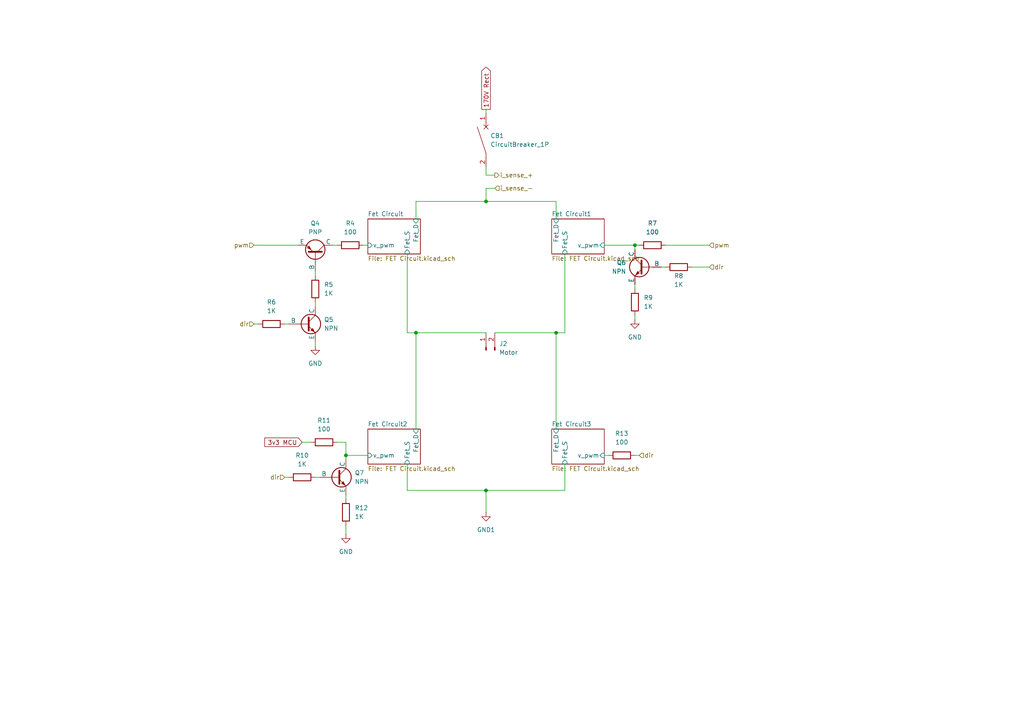
<source format=kicad_sch>
(kicad_sch (version 20250114) (generator "eeschema") (generator_version "9.0")
  (paper "A4")
  (lib_symbols
    (symbol "Connector:Conn_01x02_Pin" (pin_names (offset 1.016) (hide yes))
      (property "Reference" "J" (at 0 2.54 0))
      (property "Value" "Conn_01x02_Pin" (at 0 -5.08 0))
      (symbol "Conn_01x02_Pin_1_1"
        (rectangle (start 0.8636 0.127) (end 0 -0.127) (stroke (width 0.1524)) (fill (type outline)))
        (rectangle (start 0.8636 -2.413) (end 0 -2.667) (stroke (width 0.1524)) (fill (type outline)))
        (polyline (pts (xy 1.27 0) (xy 0.8636 0)) (stroke (width 0.1524)))
        (polyline (pts (xy 1.27 -2.54) (xy 0.8636 -2.54)) (stroke (width 0.1524)))
        (pin passive line (at 5.08 0 180) (length 3.81) (name "Pin_1") (number "1"))
        (pin passive line (at 5.08 -2.54 180) (length 3.81) (name "Pin_2") (number "2"))
      )
    )
    (symbol "Device:CircuitBreaker_1P"
      (property "Reference" "CB" (at 1.905 0 0))
      (property "Value" "CircuitBreaker_1P" (at 1.905 1.905 0))
      (symbol "CircuitBreaker_1P_0_1"
        (polyline (pts (xy 0 -3.81) (xy -2.54 3.81)))
        (polyline (pts (xy 0 -5.08) (xy 0 -3.81)))
      )
      (symbol "CircuitBreaker_1P_1_1"
        (polyline (pts (xy -0.635 4.445) (xy 0.635 3.175)))
        (polyline (pts (xy 0 5.08) (xy 0 3.81)))
        (polyline (pts (xy 0.635 4.445) (xy -0.635 3.175)))
        (pin passive line (at 0 7.62 270) (length 2.54) (name "~") (number "1"))
        (pin passive line (at 0 -7.62 90) (length 2.54) (name "~") (number "2"))
      )
    )
    (symbol "Device:R" (pin_numbers (hide yes)) (pin_names (offset 0))
      (property "Reference" "R" (at 2.032 0 90))
      (property "Value" "R" (at 0 0 90))
      (symbol "R_0_1"
        (rectangle (start -1.016 -2.54) (end 1.016 2.54) (stroke (width 0.254)))
      )
      (symbol "R_1_1"
        (pin passive line (at 0 3.81 270) (length 1.27) (name "~") (number "1"))
        (pin passive line (at 0 -3.81 90) (length 1.27) (name "~") (number "2"))
      )
    )
    (symbol "Simulation_SPICE:NPN" (pin_numbers (hide yes)) (pin_names (offset 0))
      (property "Reference" "Q" (at -2.54 7.62 0))
      (property "Value" "NPN" (at -2.54 5.08 0))
      (symbol "NPN_0_1"
        (polyline (pts (xy -2.54 0) (xy 0.635 0)) (stroke (width 0.1524)))
        (polyline (pts (xy 0.635 1.905) (xy 0.635 -1.905) (xy 0.635 -1.905)) (stroke (width 0.508)))
        (polyline (pts (xy 0.635 0.635) (xy 2.54 2.54)))
        (polyline (pts (xy 0.635 -0.635) (xy 2.54 -2.54) (xy 2.54 -2.54)))
        (circle (center 1.27 0) (radius 2.8194) (stroke (width 0.254)))
        (polyline (pts (xy 1.27 -1.778) (xy 1.778 -1.27) (xy 2.286 -2.286) (xy 1.27 -1.778) (xy 1.27 -1.778)) (fill (type outline)))
        (polyline (pts (xy 2.794 -1.27) (xy 2.794 -1.27)) (stroke (width 0.1524)))
        (polyline (pts (xy 2.794 -1.27) (xy 2.794 -1.27)) (stroke (width 0.1524)))
      )
      (symbol "NPN_1_1"
        (pin input line (at -5.08 0 0) (length 2.54) (name "B") (number "2"))
        (pin open_collector line (at 2.54 5.08 270) (length 2.54) (name "C") (number "1"))
        (pin open_emitter line (at 2.54 -5.08 90) (length 2.54) (name "E") (number "3"))
      )
    )
    (symbol "Simulation_SPICE:PNP" (pin_numbers (hide yes)) (pin_names (offset 0))
      (property "Reference" "Q" (at -2.54 7.62 0))
      (property "Value" "PNP" (at -2.54 5.08 0))
      (symbol "PNP_0_1"
        (polyline (pts (xy -2.54 0) (xy 0.635 0)) (stroke (width 0.1524)))
        (polyline (pts (xy 0.635 1.905) (xy 0.635 -1.905) (xy 0.635 -1.905)) (stroke (width 0.508)))
        (polyline (pts (xy 0.635 0.635) (xy 2.54 2.54)))
        (polyline (pts (xy 0.635 -0.635) (xy 2.54 -2.54) (xy 2.54 -2.54)))
        (circle (center 1.27 0) (radius 2.8194) (stroke (width 0.254)))
        (polyline (pts (xy 2.286 -1.778) (xy 1.778 -2.286) (xy 1.27 -1.27) (xy 2.286 -1.778) (xy 2.286 -1.778)) (fill (type outline)))
      )
      (symbol "PNP_1_1"
        (pin input line (at -5.08 0 0) (length 2.54) (name "B") (number "2"))
        (pin open_collector line (at 2.54 5.08 270) (length 2.54) (name "C") (number "1"))
        (pin open_emitter line (at 2.54 -5.08 90) (length 2.54) (name "E") (number "3"))
      )
    )
    (symbol "power:GND" (power) (pin_numbers (hide yes)) (pin_names (offset 0) (hide yes))
      (property "Value" "GND" (at 0 -3.81 0))
      (symbol "GND_0_1"
        (polyline (pts (xy 0 0) (xy 0 -1.27) (xy 1.27 -1.27) (xy 0 -2.54) (xy -1.27 -1.27) (xy 0 -1.27)))
      )
      (symbol "GND_1_1"
        (pin power_in line (at 0 0 270) (length 0) (name "~") (number "1"))
      )
    )
    (symbol "power:GND1" (power) (pin_numbers (hide yes)) (pin_names (offset 0) (hide yes))
      (property "Value" "GND1" (at 0 -3.81 0))
      (symbol "GND1_0_1"
        (polyline (pts (xy 0 0) (xy 0 -1.27) (xy 1.27 -1.27) (xy 0 -2.54) (xy -1.27 -1.27) (xy 0 -1.27)))
      )
      (symbol "GND1_1_1"
        (pin power_in line (at 0 0 270) (length 0) (name "~") (number "1"))
      )
    )
  )
  (junction (at 100.33 132.08))
  (junction (at 140.97 58.42))
  (junction (at 140.97 142.24))
  (junction (at 161.29 96.52))
  (junction (at 120.65 96.52))
  (junction (at 184.15 71.12))
  (wire (pts (xy 163.83 142.24) (xy 163.83 134.62)))
  (wire (pts (xy 140.97 31.75) (xy 140.97 33.02)))
  (wire (pts (xy 184.15 82.55) (xy 184.15 83.82)))
  (wire (pts (xy 120.65 96.52) (xy 140.97 96.52)))
  (wire (pts (xy 161.29 58.42) (xy 161.29 63.5)))
  (wire (pts (xy 100.33 132.08) (xy 106.68 132.08)))
  (wire (pts (xy 140.97 48.26) (xy 140.97 50.8)))
  (wire (pts (xy 73.66 93.98) (xy 74.93 93.98)))
  (wire (pts (xy 82.55 93.98) (xy 83.82 93.98)))
  (wire (pts (xy 118.11 96.52) (xy 120.65 96.52)))
  (wire (pts (xy 175.26 132.08) (xy 176.53 132.08)))
  (wire (pts (xy 140.97 58.42) (xy 161.29 58.42)))
  (wire (pts (xy 91.44 78.74) (xy 91.44 80.01)))
  (wire (pts (xy 100.33 152.4) (xy 100.33 154.94)))
  (wire (pts (xy 161.29 96.52) (xy 161.29 124.46)))
  (wire (pts (xy 105.41 71.12) (xy 106.68 71.12)))
  (wire (pts (xy 100.33 143.51) (xy 100.33 144.78)))
  (wire (pts (xy 163.83 73.66) (xy 163.83 96.52)))
  (wire (pts (xy 140.97 54.61) (xy 140.97 58.42)))
  (wire (pts (xy 82.55 138.43) (xy 83.82 138.43)))
  (wire (pts (xy 96.52 71.12) (xy 97.79 71.12)))
  (wire (pts (xy 163.83 96.52) (xy 161.29 96.52)))
  (wire (pts (xy 184.15 132.08) (xy 185.42 132.08)))
  (wire (pts (xy 193.04 71.12) (xy 205.74 71.12)))
  (wire (pts (xy 120.65 58.42) (xy 140.97 58.42)))
  (wire (pts (xy 184.15 91.44) (xy 184.15 92.71)))
  (wire (pts (xy 143.51 54.61) (xy 140.97 54.61)))
  (wire (pts (xy 97.79 128.27) (xy 100.33 128.27)))
  (wire (pts (xy 175.26 71.12) (xy 184.15 71.12)))
  (wire (pts (xy 140.97 50.8) (xy 143.51 50.8)))
  (wire (pts (xy 140.97 142.24) (xy 140.97 148.59)))
  (wire (pts (xy 118.11 142.24) (xy 140.97 142.24)))
  (wire (pts (xy 100.33 132.08) (xy 100.33 133.35)))
  (wire (pts (xy 120.65 96.52) (xy 120.65 124.46)))
  (wire (pts (xy 118.11 134.62) (xy 118.11 142.24)))
  (wire (pts (xy 200.66 77.47) (xy 205.74 77.47)))
  (wire (pts (xy 91.44 138.43) (xy 92.71 138.43)))
  (wire (pts (xy 118.11 73.66) (xy 118.11 96.52)))
  (wire (pts (xy 91.44 87.63) (xy 91.44 88.9)))
  (wire (pts (xy 140.97 142.24) (xy 163.83 142.24)))
  (wire (pts (xy 120.65 63.5) (xy 120.65 58.42)))
  (wire (pts (xy 100.33 128.27) (xy 100.33 132.08)))
  (wire (pts (xy 191.77 77.47) (xy 193.04 77.47)))
  (wire (pts (xy 73.66 71.12) (xy 86.36 71.12)))
  (wire (pts (xy 184.15 71.12) (xy 184.15 72.39)))
  (wire (pts (xy 91.44 99.06) (xy 91.44 100.33)))
  (wire (pts (xy 184.15 71.12) (xy 185.42 71.12)))
  (wire (pts (xy 87.63 128.27) (xy 90.17 128.27)))
  (wire (pts (xy 143.51 96.52) (xy 161.29 96.52)))
  (global_label "3v3 MCU" (shape input) (at 87.63 128.27 180) (property "Intersheetrefs" "${INTERSHEET_REFS}" (effects (hide yes))))
  (global_label "170V Rect" (shape output) (at 140.97 31.75 90) (property "Intersheetrefs" "${INTERSHEET_REFS}" (effects (hide yes))))
  (hierarchical_label "dir" (shape input) (at 73.66 93.98 180))
  (hierarchical_label "i_sense_+" (shape output) (at 143.51 50.8 0))
  (hierarchical_label "pwm" (shape input) (at 73.66 71.12 180))
  (hierarchical_label "dir" (shape input) (at 205.74 77.47 0))
  (hierarchical_label "dir" (shape input) (at 82.55 138.43 180))
  (hierarchical_label "i_sense_-" (shape input) (at 143.51 54.61 0))
  (hierarchical_label "dir" (shape input) (at 185.42 132.08 0))
  (hierarchical_label "pwm" (shape input) (at 205.74 71.12 0))
  (symbol (lib_id "Device:R") (at 91.44 83.82 0) (unit 1)
    (property "Reference" "R5" (at 93.98 82.5499 0) (effects (justify left)))
    (property "Value" "1K" (at 93.98 85.0899 0) (effects (justify left)))
    (property "Description" "Resistor" (effects (hide yes)))
  )
  (symbol (lib_id "Device:CircuitBreaker_1P") (at 140.97 40.64 0) (unit 1)
    (property "Reference" "CB1" (at 142.24 39.3699 0) (effects (justify left)))
    (property "Value" "CircuitBreaker_1P" (at 142.24 41.9099 0) (effects (justify left)))
    (property "Description" "Single pole circuit breaker" (effects (hide yes)))
  )
  (symbol (lib_id "Simulation_SPICE:NPN") (at 186.69 77.47 0) (mirror y) (unit 1)
    (property "Reference" "Q6" (at 181.61 76.1999 0) (effects (justify left)))
    (property "Value" "NPN" (at 181.61 78.7399 0) (effects (justify left)))
    (property "Datasheet" "https://ngspice.sourceforge.io/docs/ngspice-html-manual/manual.xhtml#cha_BJTs" (effects (hide yes)))
    (property "Description" "Bipolar transistor symbol for simulation only, substrate tied to the emitter" (effects (hide yes)))
    (property "Sim.Device" "NPN" (effects (hide yes)))
    (property "Sim.Type" "GUMMELPOON" (effects (hide yes)))
    (property "Sim.Pins" "1=C 2=B 3=E" (effects (hide yes)))
  )
  (symbol (lib_id "Device:R") (at 100.33 148.59 180) (unit 1)
    (property "Reference" "R12" (at 102.87 147.3199 0) (effects (justify right)))
    (property "Value" "1K" (at 102.87 149.8599 0) (effects (justify right)))
    (property "Description" "Resistor" (effects (hide yes)))
  )
  (symbol (lib_id "Device:R") (at 78.74 93.98 90) (unit 1)
    (property "Reference" "R6" (at 78.74 87.63 90))
    (property "Value" "1K" (at 78.74 90.17 90))
    (property "Description" "Resistor" (effects (hide yes)))
  )
  (symbol (lib_id "Connector:Conn_01x02_Pin") (at 140.97 101.6 90) (unit 1)
    (property "Reference" "J2" (at 144.78 99.6949 90) (effects (justify right)))
    (property "Value" "Motor" (at 144.78 102.2349 90) (effects (justify right)))
    (property "Description" "Motor Connection" (effects (hide yes)))
  )
  (symbol (lib_id "power:GND") (at 184.15 92.71 0) (unit 1)
    (property "Reference" "#PWR012" (effects (hide yes)))
    (property "Value" "GND" (at 184.15 97.79 0))
    (property "Description" "Power symbol creates a global label with name \"GND\" , ground" (effects (hide yes)))
  )
  (symbol (lib_id "Device:R") (at 196.85 77.47 90) (unit 1)
    (property "Reference" "R8" (at 196.85 80.01 90))
    (property "Value" "1K" (at 196.85 82.55 90))
    (property "Description" "Resistor" (effects (hide yes)))
  )
  (symbol (lib_id "power:GND1") (at 140.97 148.59 0) (unit 1)
    (property "Reference" "#PWR010" (effects (hide yes)))
    (property "Value" "GND1" (at 140.97 153.67 0))
    (property "Description" "Power symbol creates a global label with name \"GND1\" , ground" (effects (hide yes)))
  )
  (symbol (lib_id "Simulation_SPICE:NPN") (at 97.79 138.43 0) (unit 1)
    (property "Reference" "Q7" (at 102.87 137.1599 0) (effects (justify left)))
    (property "Value" "NPN" (at 102.87 139.6999 0) (effects (justify left)))
    (property "Datasheet" "https://ngspice.sourceforge.io/docs/ngspice-html-manual/manual.xhtml#cha_BJTs" (effects (hide yes)))
    (property "Description" "Bipolar transistor symbol for simulation only, substrate tied to the emitter" (effects (hide yes)))
    (property "Sim.Device" "NPN" (effects (hide yes)))
    (property "Sim.Type" "GUMMELPOON" (effects (hide yes)))
    (property "Sim.Pins" "1=C 2=B 3=E" (effects (hide yes)))
  )
  (symbol (lib_id "Device:R") (at 101.6 71.12 90) (unit 1)
    (property "Reference" "R4" (at 101.6 64.77 90))
    (property "Value" "100" (at 101.6 67.31 90))
    (property "Description" "Resistor" (effects (hide yes)))
  )
  (symbol (lib_id "Device:R") (at 93.98 128.27 90) (unit 1)
    (property "Reference" "R11" (at 93.98 121.92 90))
    (property "Value" "100" (at 93.98 124.46 90))
    (property "Description" "Resistor" (effects (hide yes)))
  )
  (symbol (lib_id "power:GND") (at 91.44 100.33 0) (unit 1)
    (property "Reference" "#PWR011" (effects (hide yes)))
    (property "Value" "GND" (at 91.44 105.41 0))
    (property "Description" "Power symbol creates a global label with name \"GND\" , ground" (effects (hide yes)))
  )
  (symbol (lib_id "Device:R") (at 87.63 138.43 90) (unit 1)
    (property "Reference" "R10" (at 87.63 132.08 90))
    (property "Value" "1K" (at 87.63 134.62 90))
    (property "Description" "Resistor" (effects (hide yes)))
  )
  (symbol (lib_id "Device:R") (at 180.34 132.08 90) (unit 1)
    (property "Reference" "R13" (at 180.34 125.73 90))
    (property "Value" "100" (at 180.34 128.27 90))
    (property "Description" "Resistor" (effects (hide yes)))
  )
  (symbol (lib_id "Device:R") (at 189.23 71.12 90) (unit 1)
    (property "Reference" "R7" (at 189.23 64.77 90))
    (property "Value" "100" (at 189.23 67.31 90))
    (property "Description" "Resistor" (effects (hide yes)))
  )
  (symbol (lib_id "power:GND") (at 100.33 154.94 0) (unit 1)
    (property "Reference" "#PWR013" (effects (hide yes)))
    (property "Value" "GND" (at 100.33 160.02 0))
    (property "Description" "Power symbol creates a global label with name \"GND\" , ground" (effects (hide yes)))
  )
  (symbol (lib_id "Simulation_SPICE:NPN") (at 88.9 93.98 0) (unit 1)
    (property "Reference" "Q5" (at 93.98 92.7099 0) (effects (justify left)))
    (property "Value" "NPN" (at 93.98 95.2499 0) (effects (justify left)))
    (property "Datasheet" "https://ngspice.sourceforge.io/docs/ngspice-html-manual/manual.xhtml#cha_BJTs" (effects (hide yes)))
    (property "Description" "Bipolar transistor symbol for simulation only, substrate tied to the emitter" (effects (hide yes)))
    (property "Sim.Device" "NPN" (effects (hide yes)))
    (property "Sim.Type" "GUMMELPOON" (effects (hide yes)))
    (property "Sim.Pins" "1=C 2=B 3=E" (effects (hide yes)))
  )
  (symbol (lib_id "Device:R") (at 184.15 87.63 0) (unit 1)
    (property "Reference" "R9" (at 186.69 86.3599 0) (effects (justify left)))
    (property "Value" "1K" (at 186.69 88.8999 0) (effects (justify left)))
    (property "Description" "Resistor" (effects (hide yes)))
  )
  (symbol (lib_id "Simulation_SPICE:PNP") (at 91.44 73.66 270) (mirror x) (unit 1)
    (property "Reference" "Q4" (at 91.44 64.77 90))
    (property "Value" "PNP" (at 91.44 67.31 90))
    (property "Datasheet" "https://ngspice.sourceforge.io/docs/ngspice-html-manual/manual.xhtml#cha_BJTs" (effects (hide yes)))
    (property "Description" "Bipolar transistor symbol for simulation only, substrate tied to the emitter" (effects (hide yes)))
    (property "Sim.Device" "PNP" (effects (hide yes)))
    (property "Sim.Type" "GUMMELPOON" (effects (hide yes)))
    (property "Sim.Pins" "1=C 2=B 3=E" (effects (hide yes)))
  )
  (sheet (at 160.02 63.5) (size 15.24 10.16) (stroke (width 0.1524))
    (property "Sheetname" "Fet Circuit1" (at 160.02 62.7884 0) (effects (justify left bottom)))
    (property "Sheetfile" "FET Circuit.kicad_sch" (at 160.02 74.2446 0) (effects (justify left top)))
    (pin "Fet_D" input (at 161.29 63.5 90))
    (pin "Fet_S" input (at 163.83 73.66 270))
    (pin "v_pwm" input (at 175.26 71.12 0))
  )
  (sheet (at 106.68 124.46) (size 15.24 10.16) (stroke (width 0.1524))
    (property "Sheetname" "Fet Circuit2" (at 106.68 123.7484 0) (effects (justify left bottom)))
    (property "Sheetfile" "FET Circuit.kicad_sch" (at 106.68 135.2046 0) (effects (justify left top)))
    (pin "Fet_D" input (at 120.65 124.46 90))
    (pin "Fet_S" input (at 118.11 134.62 270))
    (pin "v_pwm" input (at 106.68 132.08 180))
  )
  (sheet (at 106.68 63.5) (size 15.24 10.16) (stroke (width 0.1524))
    (property "Sheetname" "Fet Circuit" (at 106.68 62.7884 0) (effects (justify left bottom)))
    (property "Sheetfile" "FET Circuit.kicad_sch" (at 106.68 74.2446 0) (effects (justify left top)))
    (pin "Fet_D" input (at 120.65 63.5 90))
    (pin "Fet_S" input (at 118.11 73.66 270))
    (pin "v_pwm" input (at 106.68 71.12 180))
  )
  (sheet (at 160.02 124.46) (size 15.24 10.16) (stroke (width 0.1524))
    (property "Sheetname" "Fet Circuit3" (at 160.02 123.7484 0) (effects (justify left bottom)))
    (property "Sheetfile" "FET Circuit.kicad_sch" (at 160.02 135.2046 0) (effects (justify left top)))
    (pin "Fet_D" input (at 161.29 124.46 90))
    (pin "Fet_S" input (at 163.83 134.62 270))
    (pin "v_pwm" input (at 175.26 132.08 0))
  )
)
</source>
